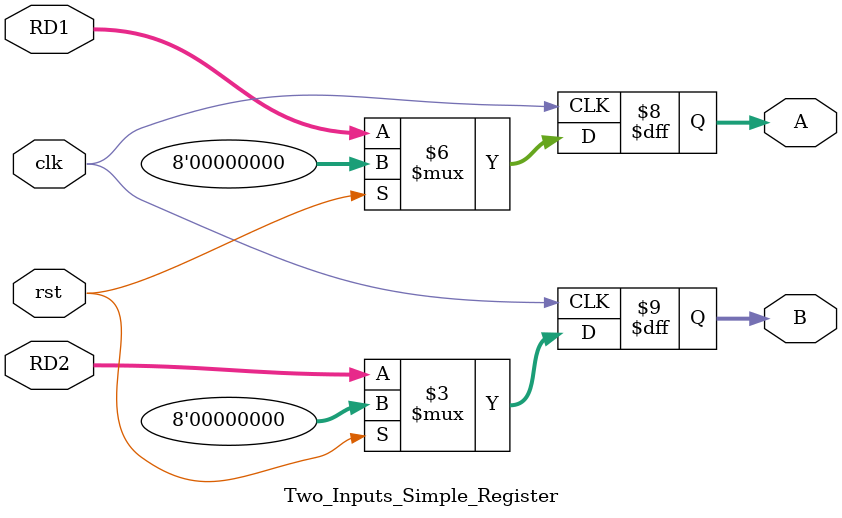
<source format=v>
module Two_Inputs_Simple_Register #(parameter W=8) (RD1,RD2,clk,rst,A,B);
input clk,rst;
input [W-1:0] RD1,RD2;
output reg [W-1:0] A,B;

always @ (posedge clk) 
begin 
	if (rst) 
		begin
		A <= 0; 
		B <= 0;
		end 
	else 
		begin 
		A <= RD1;
		B <= RD2;
		end 
end 
endmodule  
</source>
